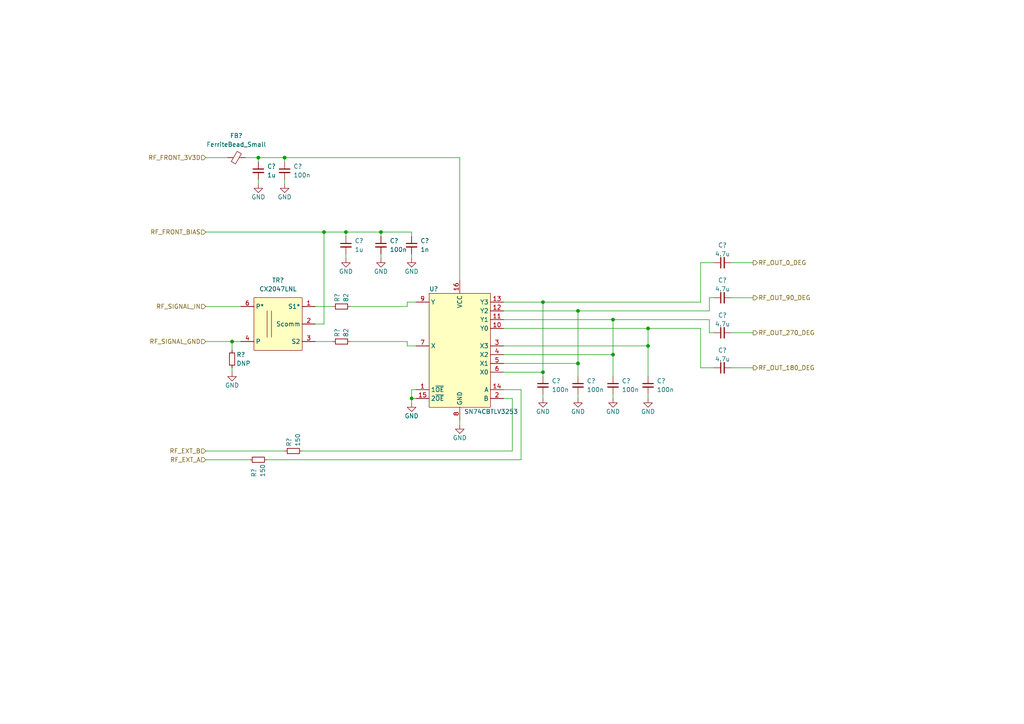
<source format=kicad_sch>
(kicad_sch (version 20211123) (generator eeschema)
  (paper "A4")
  (lib_symbols
    (symbol "Device:C_Small" (pin_numbers hide) (pin_names (offset 0.254) hide)
      (property "Reference" "C" (at 0.254 1.778 0))
      (property "Value" "C_Small" (at 0.254 -2.032 0))
      (symbol "C_Small_0_1"
        (polyline (pts (xy -1.524 -0.508) (xy 1.524 -0.508)) (stroke (width 0.3302)))
        (polyline (pts (xy -1.524 0.508) (xy 1.524 0.508)) (stroke (width 0.3048)))
      )
      (symbol "C_Small_1_1"
        (pin passive line (at 0 2.54 270) (length 2.032) (name "~") (number "1"))
        (pin passive line (at 0 -2.54 90) (length 2.032) (name "~") (number "2"))
      )
    )
    (symbol "Device:FerriteBead_Small" (pin_numbers hide) (pin_names (offset 0))
      (property "Reference" "FB" (at 1.905 1.27 0))
      (property "Value" "FerriteBead_Small" (at 1.905 -1.27 0))
      (symbol "FerriteBead_Small_0_1"
        (polyline (pts (xy 0 -1.27) (xy 0 -0.7874)))
        (polyline (pts (xy 0 0.889) (xy 0 1.2954)))
        (polyline (pts (xy -1.8288 0.2794) (xy -1.1176 1.4986) (xy 1.8288 -0.2032) (xy 1.1176 -1.4224) (xy -1.8288 0.2794)))
      )
      (symbol "FerriteBead_Small_1_1"
        (pin passive line (at 0 2.54 270) (length 1.27) (name "~") (number "1"))
        (pin passive line (at 0 -2.54 90) (length 1.27) (name "~") (number "2"))
      )
    )
    (symbol "Device:R_Small" (pin_numbers hide) (pin_names (offset 0.254) hide)
      (property "Reference" "R" (at 0.762 0.508 0))
      (property "Value" "R_Small" (at 0.762 -1.016 0))
      (symbol "R_Small_0_1"
        (rectangle (start -0.762 1.778) (end 0.762 -1.778) (stroke (width 0.2032)))
      )
      (symbol "R_Small_1_1"
        (pin passive line (at 0 2.54 270) (length 0.762) (name "~") (number "1"))
        (pin passive line (at 0 -2.54 90) (length 0.762) (name "~") (number "2"))
      )
    )
    (symbol "power:GND" (power) (pin_names (offset 0))
      (property "Value" "GND" (at 0 -3.81 0))
      (symbol "GND_0_1"
        (polyline (pts (xy 0 0) (xy 0 -1.27) (xy 1.27 -1.27) (xy 0 -2.54) (xy -1.27 -1.27) (xy 0 -1.27)))
      )
      (symbol "GND_1_1"
        (pin power_in line (at 0 0 270) (length 0) hide (name "GND") (number "1"))
      )
    )
    (symbol "rpi_sdr:CX2047LNL"
      (property "Reference" "TR" (at 1.27 3.81 0))
      (property "Value" "CX2047LNL" (at 5.08 -13.97 0))
      (symbol "CX2047LNL_0_1"
        (polyline (pts (xy 3.81 -1.27) (xy 3.81 -8.89)))
        (polyline (pts (xy 5.08 -1.27) (xy 5.08 -8.89)))
        (rectangle (start 0 2.54) (end 13.97 -12.7) (fill (type background)))
      )
      (symbol "CX2047LNL_1_1"
        (pin input line (at 17.78 0 180) (length 3.81) (name "S1*") (number "1"))
        (pin input line (at 17.78 -5.08 180) (length 3.81) (name "Scomm") (number "2"))
        (pin input line (at 17.78 -10.16 180) (length 3.81) (name "S2") (number "3"))
        (pin input line (at -3.81 -10.16 0) (length 3.81) (name "P") (number "4"))
        (pin input line (at -3.81 0 0) (length 3.81) (name "P*") (number "6"))
      )
    )
    (symbol "rpi_sdr:SN74CBTLV3253"
      (property "Reference" "U" (at 10.16 10.16 0))
      (property "Value" "SN74CBTLV3253" (at 16.51 15.24 0))
      (symbol "SN74CBTLV3253_0_1"
        (rectangle (start 0 2.54) (end 17.78 -30.48) (fill (type background)))
      )
      (symbol "SN74CBTLV3253_1_1"
        (pin input line (at -3.81 -25.4 0) (length 3.81) (name "1~{OE}") (number "1"))
        (pin input line (at 21.59 -7.62 180) (length 3.81) (name "Y0") (number "10"))
        (pin input line (at 21.59 -5.08 180) (length 3.81) (name "Y1") (number "11"))
        (pin input line (at 21.59 -2.54 180) (length 3.81) (name "Y2") (number "12"))
        (pin input line (at 21.59 0 180) (length 3.81) (name "Y3") (number "13"))
        (pin input line (at 21.59 -25.4 180) (length 3.81) (name "A") (number "14"))
        (pin input line (at -3.81 -27.94 0) (length 3.81) (name "2~{OE}") (number "15"))
        (pin input line (at 8.89 6.35 270) (length 3.81) (name "VCC") (number "16"))
        (pin input line (at 21.59 -27.94 180) (length 3.81) (name "B") (number "2"))
        (pin input line (at 21.59 -12.7 180) (length 3.81) (name "X3") (number "3"))
        (pin input line (at 21.59 -15.24 180) (length 3.81) (name "X2") (number "4"))
        (pin input line (at 21.59 -17.78 180) (length 3.81) (name "X1") (number "5"))
        (pin input line (at 21.59 -20.32 180) (length 3.81) (name "X0") (number "6"))
        (pin input line (at -3.81 -12.7 0) (length 3.81) (name "X") (number "7"))
        (pin input line (at 8.89 -34.29 90) (length 3.81) (name "GND") (number "8"))
        (pin input line (at -3.81 0 0) (length 3.81) (name "Y") (number "9"))
      )
    )
  )
  (junction (at 110.49 67.31))
  (junction (at 167.64 105.41))
  (junction (at 67.31 99.06))
  (junction (at 187.96 100.33))
  (junction (at 157.48 87.63))
  (junction (at 74.93 45.72))
  (junction (at 93.98 67.31))
  (junction (at 167.64 90.17))
  (junction (at 177.8 92.71))
  (junction (at 187.96 95.25))
  (junction (at 82.55 45.72))
  (junction (at 100.33 67.31))
  (junction (at 119.38 115.57))
  (junction (at 157.48 107.95))
  (junction (at 177.8 102.87))
  (wire (pts (xy 119.38 67.31) (xy 119.38 68.58)))
  (wire (pts (xy 187.96 100.33) (xy 187.96 109.22)))
  (wire (pts (xy 146.05 102.87) (xy 177.8 102.87)))
  (wire (pts (xy 91.44 93.98) (xy 93.98 93.98)))
  (wire (pts (xy 146.05 90.17) (xy 167.64 90.17)))
  (wire (pts (xy 91.44 88.9) (xy 96.52 88.9)))
  (wire (pts (xy 119.38 113.03) (xy 120.65 113.03)))
  (wire (pts (xy 67.31 99.06) (xy 67.31 101.6)))
  (wire (pts (xy 177.8 92.71) (xy 177.8 102.87)))
  (wire (pts (xy 187.96 95.25) (xy 187.96 100.33)))
  (wire (pts (xy 101.6 99.06) (xy 118.11 99.06)))
  (wire (pts (xy 151.13 113.03) (xy 146.05 113.03)))
  (wire (pts (xy 146.05 95.25) (xy 187.96 95.25)))
  (wire (pts (xy 205.74 90.17) (xy 205.74 86.36)))
  (wire (pts (xy 82.55 52.07) (xy 82.55 53.34)))
  (wire (pts (xy 59.69 130.81) (xy 82.55 130.81)))
  (wire (pts (xy 119.38 73.66) (xy 119.38 74.93)))
  (wire (pts (xy 177.8 92.71) (xy 205.74 92.71)))
  (wire (pts (xy 148.59 115.57) (xy 146.05 115.57)))
  (wire (pts (xy 167.64 90.17) (xy 205.74 90.17)))
  (wire (pts (xy 59.69 88.9) (xy 69.85 88.9)))
  (wire (pts (xy 157.48 114.3) (xy 157.48 115.57)))
  (wire (pts (xy 93.98 93.98) (xy 93.98 67.31)))
  (wire (pts (xy 100.33 67.31) (xy 100.33 68.58)))
  (wire (pts (xy 203.2 87.63) (xy 203.2 76.2)))
  (wire (pts (xy 212.09 106.68) (xy 218.44 106.68)))
  (wire (pts (xy 177.8 102.87) (xy 177.8 109.22)))
  (wire (pts (xy 212.09 96.52) (xy 218.44 96.52)))
  (wire (pts (xy 74.93 45.72) (xy 74.93 46.99)))
  (wire (pts (xy 118.11 87.63) (xy 120.65 87.63)))
  (wire (pts (xy 146.05 105.41) (xy 167.64 105.41)))
  (wire (pts (xy 187.96 114.3) (xy 187.96 115.57)))
  (wire (pts (xy 82.55 45.72) (xy 133.35 45.72)))
  (wire (pts (xy 110.49 73.66) (xy 110.49 74.93)))
  (wire (pts (xy 133.35 121.92) (xy 133.35 123.19)))
  (wire (pts (xy 203.2 95.25) (xy 203.2 106.68)))
  (wire (pts (xy 205.74 92.71) (xy 205.74 96.52)))
  (wire (pts (xy 67.31 106.68) (xy 67.31 107.95)))
  (wire (pts (xy 157.48 87.63) (xy 146.05 87.63)))
  (wire (pts (xy 59.69 67.31) (xy 93.98 67.31)))
  (wire (pts (xy 205.74 86.36) (xy 207.01 86.36)))
  (wire (pts (xy 203.2 76.2) (xy 207.01 76.2)))
  (wire (pts (xy 110.49 67.31) (xy 110.49 68.58)))
  (wire (pts (xy 148.59 130.81) (xy 148.59 115.57)))
  (wire (pts (xy 118.11 88.9) (xy 118.11 87.63)))
  (wire (pts (xy 119.38 115.57) (xy 120.65 115.57)))
  (wire (pts (xy 119.38 115.57) (xy 119.38 113.03)))
  (wire (pts (xy 100.33 73.66) (xy 100.33 74.93)))
  (wire (pts (xy 91.44 99.06) (xy 96.52 99.06)))
  (wire (pts (xy 59.69 99.06) (xy 67.31 99.06)))
  (wire (pts (xy 157.48 107.95) (xy 157.48 87.63)))
  (wire (pts (xy 167.64 90.17) (xy 167.64 105.41)))
  (wire (pts (xy 101.6 88.9) (xy 118.11 88.9)))
  (wire (pts (xy 212.09 76.2) (xy 218.44 76.2)))
  (wire (pts (xy 187.96 95.25) (xy 203.2 95.25)))
  (wire (pts (xy 157.48 107.95) (xy 157.48 109.22)))
  (wire (pts (xy 67.31 99.06) (xy 69.85 99.06)))
  (wire (pts (xy 205.74 96.52) (xy 207.01 96.52)))
  (wire (pts (xy 118.11 99.06) (xy 118.11 100.33)))
  (wire (pts (xy 167.64 114.3) (xy 167.64 115.57)))
  (wire (pts (xy 212.09 86.36) (xy 218.44 86.36)))
  (wire (pts (xy 59.69 133.35) (xy 72.39 133.35)))
  (wire (pts (xy 146.05 100.33) (xy 187.96 100.33)))
  (wire (pts (xy 110.49 67.31) (xy 119.38 67.31)))
  (wire (pts (xy 59.69 45.72) (xy 66.04 45.72)))
  (wire (pts (xy 93.98 67.31) (xy 100.33 67.31)))
  (wire (pts (xy 146.05 92.71) (xy 177.8 92.71)))
  (wire (pts (xy 77.47 133.35) (xy 151.13 133.35)))
  (wire (pts (xy 74.93 52.07) (xy 74.93 53.34)))
  (wire (pts (xy 177.8 114.3) (xy 177.8 115.57)))
  (wire (pts (xy 100.33 67.31) (xy 110.49 67.31)))
  (wire (pts (xy 157.48 87.63) (xy 203.2 87.63)))
  (wire (pts (xy 151.13 133.35) (xy 151.13 113.03)))
  (wire (pts (xy 146.05 107.95) (xy 157.48 107.95)))
  (wire (pts (xy 119.38 116.84) (xy 119.38 115.57)))
  (wire (pts (xy 71.12 45.72) (xy 74.93 45.72)))
  (wire (pts (xy 167.64 105.41) (xy 167.64 109.22)))
  (wire (pts (xy 133.35 45.72) (xy 133.35 81.28)))
  (wire (pts (xy 118.11 100.33) (xy 120.65 100.33)))
  (wire (pts (xy 74.93 45.72) (xy 82.55 45.72)))
  (wire (pts (xy 82.55 45.72) (xy 82.55 46.99)))
  (wire (pts (xy 203.2 106.68) (xy 207.01 106.68)))
  (wire (pts (xy 87.63 130.81) (xy 148.59 130.81)))
  (hierarchical_label "RF_OUT_0_DEG" (shape output) (at 218.44 76.2 0))
  (hierarchical_label "RF_OUT_270_DEG" (shape output) (at 218.44 96.52 0))
  (hierarchical_label "RF_FRONT_3V3D" (shape input) (at 59.69 45.72 180))
  (hierarchical_label "RF_EXT_A" (shape input) (at 59.69 133.35 180))
  (hierarchical_label "RF_SIGNAL_IN" (shape input) (at 59.69 88.9 180))
  (hierarchical_label "RF_FRONT_BIAS" (shape input) (at 59.69 67.31 180))
  (hierarchical_label "RF_OUT_90_DEG" (shape output) (at 218.44 86.36 0))
  (hierarchical_label "RF_EXT_B" (shape input) (at 59.69 130.81 180))
  (hierarchical_label "RF_SIGNAL_GND" (shape input) (at 59.69 99.06 180))
  (hierarchical_label "RF_OUT_180_DEG" (shape output) (at 218.44 106.68 0))
  (symbol (lib_id "power:GND") (at 110.49 74.93 0) (unit 1)
    (property "Reference" "#PWR?" (effects hide))
    (property "Value" "GND" (at 110.49 78.74 0))
  )
  (symbol (lib_id "power:GND") (at 100.33 74.93 0) (unit 1)
    (property "Reference" "#PWR?" (effects hide))
    (property "Value" "GND" (at 100.33 78.74 0))
  )
  (symbol (lib_id "Device:C_Small") (at 209.55 86.36 90) (unit 1)
    (property "Reference" "C?" (at 209.55 81.28 90))
    (property "Value" "4.7u" (at 209.55 83.82 90))
    (property "Footprint" "Capacitor_SMD:C_0805_2012Metric_Pad1.18x1.45mm_HandSolder" (effects hide))
  )
  (symbol (lib_id "power:GND") (at 119.38 74.93 0) (unit 1)
    (property "Reference" "#PWR?" (effects hide))
    (property "Value" "GND" (at 119.38 78.74 0))
  )
  (symbol (lib_id "power:GND") (at 74.93 53.34 0) (unit 1)
    (property "Reference" "#PWR?" (effects hide))
    (property "Value" "GND" (at 74.93 57.15 0))
  )
  (symbol (lib_id "power:GND") (at 67.31 107.95 0) (unit 1)
    (property "Reference" "#PWR?" (effects hide))
    (property "Value" "GND" (at 67.31 111.76 0))
  )
  (symbol (lib_id "Device:C_Small") (at 167.64 111.76 0) (unit 1)
    (property "Reference" "C?" (at 170.18 110.4962 0) (effects (justify left)))
    (property "Value" "100n" (at 170.18 113.0362 0) (effects (justify left)))
    (property "Footprint" "Capacitor_SMD:C_0805_2012Metric_Pad1.18x1.45mm_HandSolder" (effects hide))
  )
  (symbol (lib_id "Device:R_Small") (at 85.09 130.81 90) (unit 1)
    (property "Reference" "R?" (at 83.82 129.54 0) (effects (justify left)))
    (property "Value" "150" (at 86.36 129.54 0) (effects (justify left)))
    (property "Footprint" "Resistor_SMD:R_0805_2012Metric_Pad1.20x1.40mm_HandSolder" (effects hide))
  )
  (symbol (lib_id "Device:C_Small") (at 119.38 71.12 0) (unit 1)
    (property "Reference" "C?" (at 121.92 69.8562 0) (effects (justify left)))
    (property "Value" "1n" (at 121.92 72.3962 0) (effects (justify left)))
    (property "Footprint" "Capacitor_SMD:C_0805_2012Metric_Pad1.18x1.45mm_HandSolder" (effects hide))
  )
  (symbol (lib_id "Device:R_Small") (at 67.31 104.14 0) (unit 1)
    (property "Reference" "R?" (at 68.58 102.87 0) (effects (justify left)))
    (property "Value" "DNP" (at 68.58 105.41 0) (effects (justify left)))
    (property "Footprint" "Resistor_SMD:R_0805_2012Metric_Pad1.20x1.40mm_HandSolder" (effects hide))
  )
  (symbol (lib_id "Device:C_Small") (at 209.55 76.2 90) (unit 1)
    (property "Reference" "C?" (at 209.55 71.12 90))
    (property "Value" "4.7u" (at 209.55 73.66 90))
    (property "Footprint" "Capacitor_SMD:C_0805_2012Metric_Pad1.18x1.45mm_HandSolder" (effects hide))
  )
  (symbol (lib_id "power:GND") (at 187.96 115.57 0) (unit 1)
    (property "Reference" "#PWR?" (effects hide))
    (property "Value" "GND" (at 187.96 119.38 0))
  )
  (symbol (lib_id "Device:C_Small") (at 187.96 111.76 0) (unit 1)
    (property "Reference" "C?" (at 190.5 110.4962 0) (effects (justify left)))
    (property "Value" "100n" (at 190.5 113.0362 0) (effects (justify left)))
    (property "Footprint" "Capacitor_SMD:C_0805_2012Metric_Pad1.18x1.45mm_HandSolder" (effects hide))
  )
  (symbol (lib_id "Device:C_Small") (at 177.8 111.76 0) (unit 1)
    (property "Reference" "C?" (at 180.34 110.4962 0) (effects (justify left)))
    (property "Value" "100n" (at 180.34 113.0362 0) (effects (justify left)))
    (property "Footprint" "Capacitor_SMD:C_0805_2012Metric_Pad1.18x1.45mm_HandSolder" (effects hide))
  )
  (symbol (lib_id "Device:R_Small") (at 99.06 99.06 90) (unit 1)
    (property "Reference" "R?" (at 97.79 97.79 0) (effects (justify left)))
    (property "Value" "82" (at 100.33 97.79 0) (effects (justify left)))
    (property "Footprint" "Resistor_SMD:R_0805_2012Metric_Pad1.20x1.40mm_HandSolder" (effects hide))
  )
  (symbol (lib_id "power:GND") (at 133.35 123.19 0) (unit 1)
    (property "Reference" "#PWR?" (effects hide))
    (property "Value" "GND" (at 133.35 127 0))
  )
  (symbol (lib_id "rpi_sdr:SN74CBTLV3253") (at 124.46 87.63 0) (unit 1)
    (property "Reference" "U?" (at 124.46 83.82 0) (effects (justify left)))
    (property "Value" "SN74CBTLV3253" (at 134.62 119.38 0) (effects (justify left)))
    (property "Footprint" "Package_SO:TSSOP-16_4.4x5mm_P0.65mm" (effects hide))
  )
  (symbol (lib_id "rpi_sdr:CX2047LNL") (at 73.66 88.9 0) (unit 1)
    (property "Reference" "TR?" (at 80.645 81.28 0))
    (property "Value" "CX2047LNL" (at 80.645 83.82 0))
  )
  (symbol (lib_id "power:GND") (at 167.64 115.57 0) (unit 1)
    (property "Reference" "#PWR?" (effects hide))
    (property "Value" "GND" (at 167.64 119.38 0))
  )
  (symbol (lib_id "Device:C_Small") (at 157.48 111.76 0) (unit 1)
    (property "Reference" "C?" (at 160.02 110.4962 0) (effects (justify left)))
    (property "Value" "100n" (at 160.02 113.0362 0) (effects (justify left)))
    (property "Footprint" "Capacitor_SMD:C_0805_2012Metric_Pad1.18x1.45mm_HandSolder" (effects hide))
  )
  (symbol (lib_id "Device:C_Small") (at 82.55 49.53 0) (unit 1)
    (property "Reference" "C?" (at 85.09 48.2662 0) (effects (justify left)))
    (property "Value" "100n" (at 85.09 50.8062 0) (effects (justify left)))
    (property "Footprint" "Capacitor_SMD:C_0805_2012Metric_Pad1.18x1.45mm_HandSolder" (effects hide))
  )
  (symbol (lib_id "Device:C_Small") (at 100.33 71.12 0) (unit 1)
    (property "Reference" "C?" (at 102.87 69.8562 0) (effects (justify left)))
    (property "Value" "1u" (at 102.87 72.3962 0) (effects (justify left)))
    (property "Footprint" "Capacitor_SMD:C_0805_2012Metric_Pad1.18x1.45mm_HandSolder" (effects hide))
  )
  (symbol (lib_id "Device:C_Small") (at 74.93 49.53 0) (unit 1)
    (property "Reference" "C?" (at 77.47 48.2662 0) (effects (justify left)))
    (property "Value" "1u" (at 77.47 50.8062 0) (effects (justify left)))
    (property "Footprint" "Capacitor_SMD:C_0805_2012Metric_Pad1.18x1.45mm_HandSolder" (effects hide))
  )
  (symbol (lib_id "Device:FerriteBead_Small") (at 68.58 45.72 90) (unit 1)
    (property "Reference" "FB?" (at 68.5419 39.37 90))
    (property "Value" "FerriteBead_Small" (at 68.5419 41.91 90))
  )
  (symbol (lib_id "power:GND") (at 157.48 115.57 0) (unit 1)
    (property "Reference" "#PWR?" (effects hide))
    (property "Value" "GND" (at 157.48 119.38 0))
  )
  (symbol (lib_id "Device:C_Small") (at 110.49 71.12 0) (unit 1)
    (property "Reference" "C?" (at 113.03 69.8562 0) (effects (justify left)))
    (property "Value" "100n" (at 113.03 72.3962 0) (effects (justify left)))
    (property "Footprint" "Capacitor_SMD:C_0805_2012Metric_Pad1.18x1.45mm_HandSolder" (effects hide))
  )
  (symbol (lib_id "power:GND") (at 82.55 53.34 0) (unit 1)
    (property "Reference" "#PWR?" (effects hide))
    (property "Value" "GND" (at 82.55 57.15 0))
  )
  (symbol (lib_id "Device:R_Small") (at 99.06 88.9 90) (unit 1)
    (property "Reference" "R?" (at 97.79 87.63 0) (effects (justify left)))
    (property "Value" "82" (at 100.33 87.63 0) (effects (justify left)))
    (property "Footprint" "Resistor_SMD:R_0805_2012Metric_Pad1.20x1.40mm_HandSolder" (effects hide))
  )
  (symbol (lib_id "power:GND") (at 177.8 115.57 0) (unit 1)
    (property "Reference" "#PWR?" (effects hide))
    (property "Value" "GND" (at 177.8 119.38 0))
  )
  (symbol (lib_id "power:GND") (at 119.38 116.84 0) (unit 1)
    (property "Reference" "#PWR?" (effects hide))
    (property "Value" "GND" (at 119.38 120.65 0))
  )
  (symbol (lib_id "Device:C_Small") (at 209.55 96.52 90) (unit 1)
    (property "Reference" "C?" (at 209.55 91.44 90))
    (property "Value" "4.7u" (at 209.55 93.98 90))
    (property "Footprint" "Capacitor_SMD:C_0805_2012Metric_Pad1.18x1.45mm_HandSolder" (effects hide))
  )
  (symbol (lib_id "Device:C_Small") (at 209.55 106.68 90) (unit 1)
    (property "Reference" "C?" (at 209.55 101.6 90))
    (property "Value" "4.7u" (at 209.55 104.14 90))
    (property "Footprint" "Capacitor_SMD:C_0805_2012Metric_Pad1.18x1.45mm_HandSolder" (effects hide))
  )
  (symbol (lib_id "Device:R_Small") (at 74.93 133.35 90) (unit 1)
    (property "Reference" "R?" (at 73.66 138.43 0) (effects (justify left)))
    (property "Value" "150" (at 76.2 138.43 0) (effects (justify left)))
    (property "Footprint" "Resistor_SMD:R_0805_2012Metric_Pad1.20x1.40mm_HandSolder" (effects hide))
  )
)
</source>
